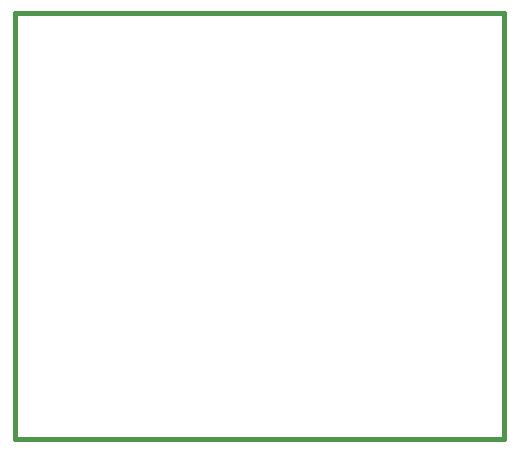
<source format=gm1>
%TF.GenerationSoftware,KiCad,Pcbnew,5.99.0-unknown-c3175b4~86~ubuntu16.04.1*%
%TF.CreationDate,2019-10-16T11:56:15+02:00*%
%TF.ProjectId,atmegax8_with_bluetooth,61746d65-6761-4783-985f-776974685f62,rev?*%
%TF.SameCoordinates,Original*%
%TF.FileFunction,Profile,NP*%
%FSLAX46Y46*%
G04 Gerber Fmt 4.6, Leading zero omitted, Abs format (unit mm)*
G04 Created by KiCad (PCBNEW 5.99.0-unknown-c3175b4~86~ubuntu16.04.1) date 2019-10-16 11:56:15*
%MOMM*%
%LPD*%
G04 APERTURE LIST*
%ADD10C,0.381000*%
G04 APERTURE END LIST*
D10*
X110744000Y-172720000D02*
X110744000Y-136652000D01*
X69342000Y-172720000D02*
X110744000Y-172720000D01*
X69342000Y-136652000D02*
X69342000Y-172720000D01*
X110744000Y-136652000D02*
X69342000Y-136652000D01*
M02*

</source>
